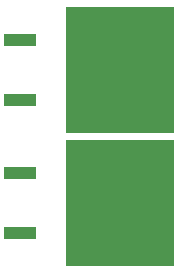
<source format=gbp>
%FSLAX25Y25*%
%MOIN*%
G70*
G01*
G75*
G04 Layer_Color=128*
%ADD10R,0.36221X0.42126*%
%ADD11R,0.10630X0.04331*%
%ADD12C,0.02000*%
%ADD13C,0.02500*%
%ADD14C,0.03937*%
%ADD15C,0.10000*%
%ADD16C,0.05000*%
%ADD17C,0.01000*%
%ADD18R,0.06299X0.06299*%
%ADD19C,0.06299*%
%ADD20C,0.04724*%
%ADD21C,0.05315*%
%ADD22R,0.05315X0.05315*%
%ADD23C,0.06000*%
%ADD24R,0.06000X0.06000*%
%ADD25C,0.05512*%
%ADD26R,0.05906X0.05906*%
%ADD27C,0.05906*%
%ADD28R,0.05906X0.05906*%
%ADD29C,0.05000*%
%ADD30C,0.00787*%
%ADD31C,0.00984*%
%ADD32C,0.00050*%
%ADD33C,0.00591*%
%ADD34R,0.37021X0.42926*%
%ADD35R,0.11430X0.05131*%
%ADD36R,0.07099X0.07099*%
%ADD37C,0.07099*%
%ADD38C,0.05524*%
%ADD39C,0.06115*%
%ADD40R,0.06115X0.06115*%
%ADD41C,0.06800*%
%ADD42R,0.06800X0.06800*%
%ADD43C,0.06312*%
%ADD44R,0.06706X0.06706*%
%ADD45C,0.06706*%
%ADD46R,0.06706X0.06706*%
%ADD47C,0.05800*%
D10*
X126173Y91000D02*
D03*
Y135500D02*
D03*
D11*
X93032Y101000D02*
D03*
Y81000D02*
D03*
Y145500D02*
D03*
Y125500D02*
D03*
M02*

</source>
